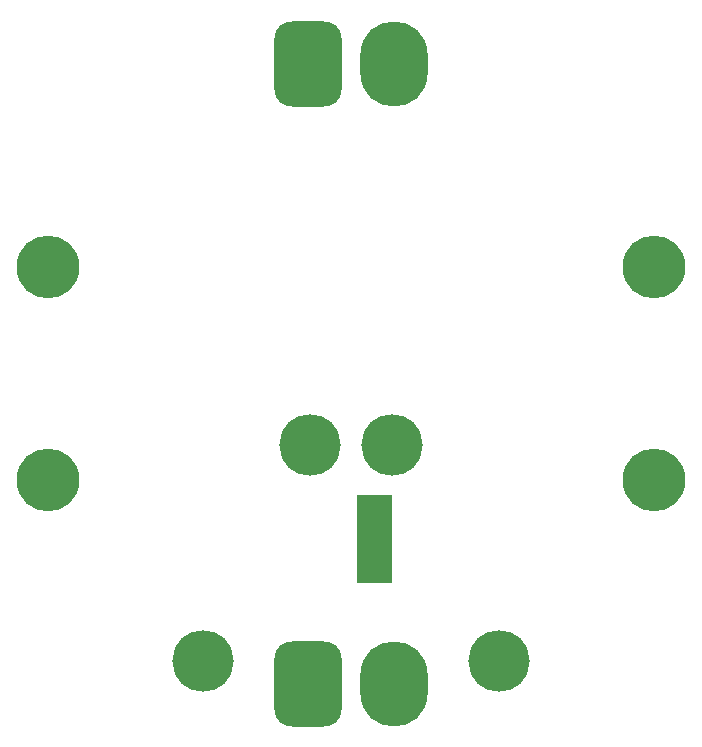
<source format=gbs>
G04*
G04 #@! TF.GenerationSoftware,Altium Limited,Altium Designer,22.2.1 (43)*
G04*
G04 Layer_Color=16711935*
%FSLAX44Y44*%
%MOMM*%
G71*
G04*
G04 #@! TF.SameCoordinates,A1ADAAF1-E39F-4BBB-957B-7DD61066729D*
G04*
G04*
G04 #@! TF.FilePolarity,Negative*
G04*
G01*
G75*
G04:AMPARAMS|DCode=10|XSize=5.7032mm|YSize=7.2032mm|CornerRadius=1.4766mm|HoleSize=0mm|Usage=FLASHONLY|Rotation=0.000|XOffset=0mm|YOffset=0mm|HoleType=Round|Shape=RoundedRectangle|*
%AMROUNDEDRECTD10*
21,1,5.7032,4.2500,0,0,0.0*
21,1,2.7500,7.2032,0,0,0.0*
1,1,2.9532,1.3750,-2.1250*
1,1,2.9532,-1.3750,-2.1250*
1,1,2.9532,-1.3750,2.1250*
1,1,2.9532,1.3750,2.1250*
%
%ADD10ROUNDEDRECTD10*%
%ADD11O,5.7032X7.2032*%
%ADD12C,5.3032*%
%ADD13C,5.2032*%
G36*
X35000Y-177500D02*
X5000D01*
Y-102500D01*
X35000D01*
Y-177500D01*
D02*
G37*
D10*
X-36000Y-262500D02*
D03*
Y262500D02*
D03*
D11*
X36000Y-262500D02*
D03*
Y262500D02*
D03*
D12*
X256500Y-90000D02*
D03*
Y90000D02*
D03*
X-256500Y-90000D02*
D03*
Y90000D02*
D03*
D13*
X-35000Y-60000D02*
D03*
X35000D02*
D03*
X125000Y-243250D02*
D03*
X-125000D02*
D03*
M02*

</source>
